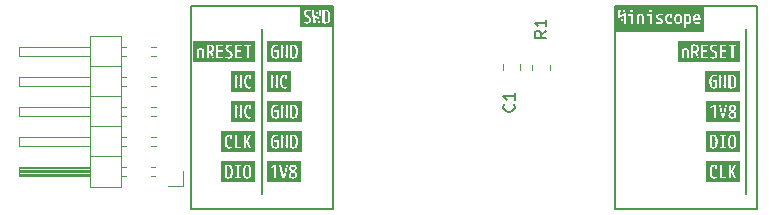
<source format=gbr>
%TF.GenerationSoftware,KiCad,Pcbnew,(7.0.0)*%
%TF.CreationDate,2023-08-02T20:08:49-07:00*%
%TF.ProjectId,SWD_to_v4WF_Cable,5357445f-746f-45f7-9634-57465f436162,rev?*%
%TF.SameCoordinates,Original*%
%TF.FileFunction,Legend,Top*%
%TF.FilePolarity,Positive*%
%FSLAX46Y46*%
G04 Gerber Fmt 4.6, Leading zero omitted, Abs format (unit mm)*
G04 Created by KiCad (PCBNEW (7.0.0)) date 2023-08-02 20:08:49*
%MOMM*%
%LPD*%
G01*
G04 APERTURE LIST*
%ADD10C,0.150000*%
%ADD11C,0.120000*%
G04 APERTURE END LIST*
D10*
X134140000Y-67605000D02*
X146205000Y-67605000D01*
X170017500Y-50460000D02*
X170017500Y-67605000D01*
X140152657Y-52350000D02*
X140152657Y-66350000D01*
X181130000Y-52365000D02*
X181130000Y-66365000D01*
X146205000Y-50460000D02*
X134140000Y-50460000D01*
X182082500Y-50460000D02*
X170017500Y-50460000D01*
X134140000Y-50460000D02*
X134140000Y-67605000D01*
X170017500Y-67605000D02*
X182082500Y-67605000D01*
X182082500Y-67605000D02*
X182082500Y-50460000D01*
X146205000Y-67605000D02*
X146205000Y-50460000D01*
%TO.C,R1*%
X164242380Y-52516666D02*
X163766190Y-52849999D01*
X164242380Y-53088094D02*
X163242380Y-53088094D01*
X163242380Y-53088094D02*
X163242380Y-52707142D01*
X163242380Y-52707142D02*
X163290000Y-52611904D01*
X163290000Y-52611904D02*
X163337619Y-52564285D01*
X163337619Y-52564285D02*
X163432857Y-52516666D01*
X163432857Y-52516666D02*
X163575714Y-52516666D01*
X163575714Y-52516666D02*
X163670952Y-52564285D01*
X163670952Y-52564285D02*
X163718571Y-52611904D01*
X163718571Y-52611904D02*
X163766190Y-52707142D01*
X163766190Y-52707142D02*
X163766190Y-53088094D01*
X164242380Y-51564285D02*
X164242380Y-52135713D01*
X164242380Y-51849999D02*
X163242380Y-51849999D01*
X163242380Y-51849999D02*
X163385238Y-51945237D01*
X163385238Y-51945237D02*
X163480476Y-52040475D01*
X163480476Y-52040475D02*
X163528095Y-52135713D01*
%TO.C,C1*%
X161497142Y-58741666D02*
X161544761Y-58789285D01*
X161544761Y-58789285D02*
X161592380Y-58932142D01*
X161592380Y-58932142D02*
X161592380Y-59027380D01*
X161592380Y-59027380D02*
X161544761Y-59170237D01*
X161544761Y-59170237D02*
X161449523Y-59265475D01*
X161449523Y-59265475D02*
X161354285Y-59313094D01*
X161354285Y-59313094D02*
X161163809Y-59360713D01*
X161163809Y-59360713D02*
X161020952Y-59360713D01*
X161020952Y-59360713D02*
X160830476Y-59313094D01*
X160830476Y-59313094D02*
X160735238Y-59265475D01*
X160735238Y-59265475D02*
X160640000Y-59170237D01*
X160640000Y-59170237D02*
X160592380Y-59027380D01*
X160592380Y-59027380D02*
X160592380Y-58932142D01*
X160592380Y-58932142D02*
X160640000Y-58789285D01*
X160640000Y-58789285D02*
X160687619Y-58741666D01*
X161592380Y-57789285D02*
X161592380Y-58360713D01*
X161592380Y-58074999D02*
X160592380Y-58074999D01*
X160592380Y-58074999D02*
X160735238Y-58170237D01*
X160735238Y-58170237D02*
X160830476Y-58265475D01*
X160830476Y-58265475D02*
X160878095Y-58360713D01*
D11*
%TO.C,R1*%
X164510000Y-55827064D02*
X164510000Y-55372936D01*
X163040000Y-55827064D02*
X163040000Y-55372936D01*
%TO.C,kibuzzard-630EA251*%
G36*
X142890698Y-58917406D02*
G01*
X142966501Y-58991225D01*
X142999133Y-59073069D01*
X143018712Y-59187369D01*
X143025238Y-59334125D01*
X143018800Y-59496226D01*
X142999485Y-59620581D01*
X142967295Y-59707188D01*
X142891690Y-59783388D01*
X142780763Y-59808788D01*
X142709326Y-59794500D01*
X142709326Y-58907088D01*
X142780763Y-58892800D01*
X142890698Y-58917406D01*
G37*
G36*
X141750476Y-60276042D02*
G01*
X141313913Y-60276042D01*
X140917038Y-60276042D01*
X140586309Y-60276042D01*
X140586309Y-59342063D01*
X140917038Y-59342063D01*
X140923239Y-59483449D01*
X140941843Y-59605984D01*
X140972849Y-59709668D01*
X141016257Y-59794500D01*
X141072068Y-59860480D01*
X141140280Y-59907609D01*
X141220896Y-59935887D01*
X141313913Y-59945313D01*
X141408810Y-59939139D01*
X141498769Y-59920618D01*
X141583788Y-59889750D01*
X141583788Y-59238875D01*
X141213901Y-59238875D01*
X141213901Y-59373813D01*
X141413926Y-59373813D01*
X141413926Y-59789738D01*
X141318676Y-59808788D01*
X141221838Y-59781800D01*
X141150401Y-59700838D01*
X141117769Y-59612996D01*
X141098190Y-59493404D01*
X141091663Y-59342063D01*
X141098542Y-59194160D01*
X141119180Y-59078538D01*
X141153576Y-58995194D01*
X141232554Y-58919589D01*
X141345663Y-58894388D01*
X141442898Y-58903913D01*
X141544101Y-58932488D01*
X141544101Y-58789613D01*
X141473385Y-58770563D01*
X141750476Y-58770563D01*
X141750476Y-59929438D01*
X141925101Y-59929438D01*
X141925101Y-59088063D01*
X141928276Y-59088063D01*
X142175926Y-59929438D01*
X142353726Y-59929438D01*
X142353726Y-59913563D01*
X142531526Y-59913563D01*
X142650985Y-59937375D01*
X142780763Y-59945313D01*
X142912526Y-59931620D01*
X143015713Y-59890544D01*
X143094096Y-59815733D01*
X143151445Y-59700838D01*
X143177462Y-59600119D01*
X143193072Y-59477882D01*
X143198276Y-59334125D01*
X143192174Y-59185743D01*
X143173868Y-59061273D01*
X143143358Y-58960715D01*
X143100645Y-58884069D01*
X143021710Y-58812190D01*
X142915083Y-58769063D01*
X142780763Y-58754687D01*
X142655748Y-58762625D01*
X142531526Y-58786437D01*
X142531526Y-59913563D01*
X142353726Y-59913563D01*
X142353726Y-58770563D01*
X142187038Y-58770563D01*
X142187038Y-59611938D01*
X142182276Y-59611938D01*
X141934626Y-58770563D01*
X141750476Y-58770563D01*
X141473385Y-58770563D01*
X141446866Y-58763419D01*
X141345663Y-58754687D01*
X141214694Y-58770386D01*
X141107538Y-58817482D01*
X141024194Y-58895975D01*
X140977314Y-58976838D01*
X140943827Y-59078141D01*
X140923736Y-59199882D01*
X140917038Y-59342063D01*
X140586309Y-59342063D01*
X140586309Y-58423958D01*
X140917038Y-58423958D01*
X143198276Y-58423958D01*
X143529005Y-58423958D01*
X143529005Y-60276042D01*
X143198276Y-60276042D01*
X142780763Y-60276042D01*
X141750476Y-60276042D01*
G37*
%TO.C,kibuzzard-630EA342*%
G36*
X140917038Y-57736042D02*
G01*
X140586309Y-57736042D01*
X140586309Y-56230563D01*
X140917038Y-56230563D01*
X140917038Y-57389438D01*
X141091664Y-57389438D01*
X141091664Y-56548063D01*
X141094839Y-56548063D01*
X141342488Y-57389438D01*
X141520289Y-57389438D01*
X141520289Y-56794125D01*
X141686976Y-56794125D01*
X141693252Y-56937372D01*
X141712078Y-57061520D01*
X141743456Y-57166567D01*
X141787385Y-57252516D01*
X141843866Y-57319364D01*
X141912897Y-57367113D01*
X141994480Y-57395763D01*
X142088614Y-57405313D01*
X142194579Y-57395391D01*
X142290226Y-57365625D01*
X142290226Y-57219575D01*
X142199739Y-57256484D01*
X142115601Y-57268788D01*
X142037990Y-57255602D01*
X141974490Y-57216047D01*
X141925101Y-57150122D01*
X141889823Y-57057826D01*
X141868657Y-56939161D01*
X141861601Y-56794125D01*
X141867995Y-56659761D01*
X141887177Y-56549826D01*
X141919148Y-56464322D01*
X141963907Y-56403247D01*
X142021453Y-56366602D01*
X142091789Y-56354388D01*
X142128301Y-56360738D01*
X142128301Y-56608388D01*
X142298164Y-56608388D01*
X142298164Y-56249613D01*
X142196960Y-56223419D01*
X142083851Y-56214687D01*
X141990833Y-56223741D01*
X141910218Y-56250902D01*
X141842005Y-56296171D01*
X141786195Y-56359547D01*
X141742787Y-56441030D01*
X141711781Y-56540621D01*
X141693177Y-56658319D01*
X141686976Y-56794125D01*
X141520289Y-56794125D01*
X141520289Y-56230563D01*
X141353601Y-56230563D01*
X141353601Y-57071938D01*
X141348839Y-57071938D01*
X141101189Y-56230563D01*
X140917038Y-56230563D01*
X140586309Y-56230563D01*
X140586309Y-55883958D01*
X140917038Y-55883958D01*
X140917039Y-55883958D01*
X142298164Y-55883958D01*
X142628893Y-55883958D01*
X142628893Y-57736042D01*
X142298164Y-57736042D01*
X142088614Y-57736042D01*
X140917038Y-57736042D01*
G37*
%TO.C,kibuzzard-630EA36E*%
G36*
X138431013Y-62816042D02*
G01*
X137411838Y-62816042D01*
X137010201Y-62816042D01*
X136679472Y-62816042D01*
X136679472Y-61874125D01*
X137010201Y-61874125D01*
X137016476Y-62017372D01*
X137035303Y-62141520D01*
X137066681Y-62246567D01*
X137110610Y-62332516D01*
X137167090Y-62399364D01*
X137236122Y-62447113D01*
X137317704Y-62475763D01*
X137411838Y-62485313D01*
X137517804Y-62475391D01*
X137536933Y-62469438D01*
X137883326Y-62469438D01*
X138431013Y-62469438D01*
X138624688Y-62469438D01*
X138802488Y-62469438D01*
X138802488Y-61913813D01*
X138805663Y-61913813D01*
X139083476Y-62469438D01*
X139275563Y-62469438D01*
X138964413Y-61863013D01*
X139267626Y-61310563D01*
X139077126Y-61310563D01*
X138805663Y-61818563D01*
X138802488Y-61818563D01*
X138802488Y-61310563D01*
X138624688Y-61310563D01*
X138624688Y-62469438D01*
X138431013Y-62469438D01*
X138431013Y-62331325D01*
X138061126Y-62331325D01*
X138061126Y-61310563D01*
X137883326Y-61310563D01*
X137883326Y-62469438D01*
X137536933Y-62469438D01*
X137613451Y-62445625D01*
X137613451Y-62299575D01*
X137522963Y-62336484D01*
X137438826Y-62348788D01*
X137361215Y-62335602D01*
X137297715Y-62296047D01*
X137248326Y-62230122D01*
X137213048Y-62137826D01*
X137191881Y-62019161D01*
X137184826Y-61874125D01*
X137191220Y-61739761D01*
X137210402Y-61629826D01*
X137242373Y-61544322D01*
X137287131Y-61483247D01*
X137344678Y-61446602D01*
X137415013Y-61434388D01*
X137451526Y-61440738D01*
X137451526Y-61688388D01*
X137621388Y-61688388D01*
X137621388Y-61329613D01*
X137520185Y-61303419D01*
X137407076Y-61294687D01*
X137314058Y-61303741D01*
X137233443Y-61330902D01*
X137165230Y-61376171D01*
X137109419Y-61439547D01*
X137066011Y-61521030D01*
X137035005Y-61620621D01*
X137016402Y-61738319D01*
X137010201Y-61874125D01*
X136679472Y-61874125D01*
X136679472Y-60963958D01*
X137010201Y-60963958D01*
X139275563Y-60963958D01*
X139606292Y-60963958D01*
X139606292Y-62816042D01*
X139275563Y-62816042D01*
X138802488Y-62816042D01*
X138431013Y-62816042D01*
G37*
%TO.C,kibuzzard-630EA342*%
G36*
X137894437Y-60276042D02*
G01*
X137563708Y-60276042D01*
X137563708Y-58770563D01*
X137894437Y-58770563D01*
X137894437Y-59929438D01*
X138069063Y-59929438D01*
X138069063Y-59088063D01*
X138072238Y-59088063D01*
X138319887Y-59929438D01*
X138497688Y-59929438D01*
X138497688Y-59334125D01*
X138664375Y-59334125D01*
X138670651Y-59477372D01*
X138689477Y-59601520D01*
X138720855Y-59706567D01*
X138764784Y-59792516D01*
X138821265Y-59859364D01*
X138890296Y-59907113D01*
X138971879Y-59935763D01*
X139066013Y-59945313D01*
X139171978Y-59935391D01*
X139267625Y-59905625D01*
X139267625Y-59759575D01*
X139177138Y-59796484D01*
X139093000Y-59808788D01*
X139015389Y-59795602D01*
X138951889Y-59756047D01*
X138902500Y-59690122D01*
X138867222Y-59597826D01*
X138846056Y-59479161D01*
X138839000Y-59334125D01*
X138845394Y-59199761D01*
X138864576Y-59089826D01*
X138896547Y-59004322D01*
X138941306Y-58943247D01*
X138998852Y-58906602D01*
X139069188Y-58894388D01*
X139105700Y-58900738D01*
X139105700Y-59148388D01*
X139275563Y-59148388D01*
X139275563Y-58789613D01*
X139174359Y-58763419D01*
X139061250Y-58754687D01*
X138968232Y-58763741D01*
X138887617Y-58790902D01*
X138819404Y-58836171D01*
X138763594Y-58899547D01*
X138720186Y-58981030D01*
X138689180Y-59080621D01*
X138670576Y-59198319D01*
X138664375Y-59334125D01*
X138497688Y-59334125D01*
X138497688Y-58770563D01*
X138331000Y-58770563D01*
X138331000Y-59611938D01*
X138326238Y-59611938D01*
X138078588Y-58770563D01*
X137894437Y-58770563D01*
X137563708Y-58770563D01*
X137563708Y-58423958D01*
X137894437Y-58423958D01*
X137894438Y-58423958D01*
X139275563Y-58423958D01*
X139606292Y-58423958D01*
X139606292Y-60276042D01*
X139275563Y-60276042D01*
X139066013Y-60276042D01*
X137894437Y-60276042D01*
G37*
%TO.C,kibuzzard-630EA6CF*%
G36*
X176873516Y-53825302D02*
G01*
X176933444Y-53862806D01*
X176969162Y-53927298D01*
X176981069Y-54020763D01*
X176968369Y-54118394D01*
X176930269Y-54182688D01*
X176862006Y-54218406D01*
X176758819Y-54230313D01*
X176696906Y-54230313D01*
X176696906Y-53825500D01*
X176788981Y-53812800D01*
X176873516Y-53825302D01*
G37*
G36*
X179487731Y-55196042D02*
G01*
X178389181Y-55196042D01*
X177900231Y-55196042D01*
X177185856Y-55196042D01*
X176333369Y-55196042D01*
X175730119Y-55196042D01*
X175399390Y-55196042D01*
X175399390Y-54849438D01*
X175730119Y-54849438D01*
X175904744Y-54849438D01*
X175904744Y-54173163D01*
X176012694Y-54138238D01*
X176130169Y-54169988D01*
X176161919Y-54285875D01*
X176161919Y-54849438D01*
X176333369Y-54849438D01*
X176519106Y-54849438D01*
X176696906Y-54849438D01*
X176696906Y-54368425D01*
X176758819Y-54368425D01*
X176854862Y-54399381D01*
X176885223Y-54444030D01*
X176911219Y-54516063D01*
X177003294Y-54849438D01*
X177185856Y-54849438D01*
X177344606Y-54849438D01*
X177900231Y-54849438D01*
X177900231Y-54711325D01*
X177522406Y-54711325D01*
X177522406Y-54293813D01*
X177884356Y-54293813D01*
X177884356Y-54158875D01*
X177522406Y-54158875D01*
X177522406Y-53976312D01*
X178111369Y-53976312D01*
X178127839Y-54089025D01*
X178177250Y-54182688D01*
X178231842Y-54237721D01*
X178307778Y-54290638D01*
X178405056Y-54341438D01*
X178473120Y-54382316D01*
X178518563Y-54428750D01*
X178544161Y-54485106D01*
X178552694Y-54555750D01*
X178541581Y-54629767D01*
X178508244Y-54683544D01*
X178455062Y-54716286D01*
X178384419Y-54727200D01*
X178291462Y-54715735D01*
X178203091Y-54681339D01*
X178119306Y-54624013D01*
X178119306Y-54789113D01*
X178200798Y-54831446D01*
X178290756Y-54856846D01*
X178389181Y-54865313D01*
X178512054Y-54852613D01*
X178520018Y-54849438D01*
X178932106Y-54849438D01*
X179487731Y-54849438D01*
X179487731Y-54711325D01*
X179109906Y-54711325D01*
X179109906Y-54293813D01*
X179471856Y-54293813D01*
X179471856Y-54158875D01*
X179109906Y-54158875D01*
X179109906Y-53828675D01*
X179487731Y-53828675D01*
X179675056Y-53828675D01*
X179911594Y-53828675D01*
X179911594Y-54849438D01*
X180089394Y-54849438D01*
X180089394Y-53828675D01*
X180325931Y-53828675D01*
X180325931Y-53690563D01*
X179675056Y-53690563D01*
X179675056Y-53828675D01*
X179487731Y-53828675D01*
X179487731Y-53690563D01*
X178932106Y-53690563D01*
X178932106Y-54849438D01*
X178520018Y-54849438D01*
X178607621Y-54814513D01*
X178675884Y-54751013D01*
X178716841Y-54662113D01*
X178730494Y-54547812D01*
X178713428Y-54425178D01*
X178662231Y-54327150D01*
X178604199Y-54270529D01*
X178521120Y-54214967D01*
X178412994Y-54160463D01*
X178342438Y-54113014D01*
X178300105Y-54048985D01*
X178285994Y-53968375D01*
X178297106Y-53903288D01*
X178330444Y-53854075D01*
X178383228Y-53823119D01*
X178452681Y-53812800D01*
X178576109Y-53829866D01*
X178698744Y-53881063D01*
X178698744Y-53722313D01*
X178613372Y-53695854D01*
X178524472Y-53679979D01*
X178432044Y-53674687D01*
X178337235Y-53683507D01*
X178258124Y-53709965D01*
X178194713Y-53754063D01*
X178132205Y-53849312D01*
X178111369Y-53976312D01*
X177522406Y-53976312D01*
X177522406Y-53828675D01*
X177900231Y-53828675D01*
X177900231Y-53690563D01*
X177344606Y-53690563D01*
X177344606Y-54849438D01*
X177185856Y-54849438D01*
X177087431Y-54525588D01*
X177036631Y-54400969D01*
X176976306Y-54322388D01*
X176976306Y-54319213D01*
X177054094Y-54273770D01*
X177109656Y-54208881D01*
X177142994Y-54124545D01*
X177154106Y-54020763D01*
X177144317Y-53911842D01*
X177114948Y-53824265D01*
X177066000Y-53758031D01*
X176996062Y-53711729D01*
X176903722Y-53683948D01*
X176788981Y-53674687D01*
X176697612Y-53678215D01*
X176607653Y-53688799D01*
X176519106Y-53706437D01*
X176519106Y-54849438D01*
X176333369Y-54849438D01*
X176333369Y-54293813D01*
X176316898Y-54152922D01*
X176267487Y-54066800D01*
X176209367Y-54034168D01*
X176122849Y-54014589D01*
X176007931Y-54008063D01*
X175905802Y-54015471D01*
X175813198Y-54037696D01*
X175730119Y-54074738D01*
X175730119Y-54849438D01*
X175399390Y-54849438D01*
X175399390Y-53343958D01*
X175730119Y-53343958D01*
X180325931Y-53343958D01*
X180656660Y-53343958D01*
X180656660Y-55196042D01*
X180325931Y-55196042D01*
X180089394Y-55196042D01*
X179487731Y-55196042D01*
G37*
%TO.C,kibuzzard-630EA6B9*%
G36*
X175469712Y-51226706D02*
G01*
X175517536Y-51273735D01*
X175544325Y-51364024D01*
X175553254Y-51509479D01*
X175544325Y-51654934D01*
X175517536Y-51745223D01*
X175469712Y-51792252D01*
X175397679Y-51807929D01*
X175325646Y-51792252D01*
X175277823Y-51745223D01*
X175251034Y-51654934D01*
X175242104Y-51509479D01*
X175251034Y-51364024D01*
X175277823Y-51273735D01*
X175325646Y-51226706D01*
X175397679Y-51211029D01*
X175469712Y-51226706D01*
G37*
G36*
X176245206Y-51227896D02*
G01*
X176296998Y-51278498D01*
X176327359Y-51369977D01*
X176337479Y-51509479D01*
X176328053Y-51640745D01*
X176299776Y-51734507D01*
X176252647Y-51790764D01*
X176186667Y-51809517D01*
X176067604Y-51773004D01*
X176067604Y-51228491D01*
X176170792Y-51211029D01*
X176245206Y-51227896D01*
G37*
G36*
X177091542Y-51261035D02*
G01*
X177116942Y-51334656D01*
X177126467Y-51445979D01*
X176843892Y-51445979D01*
X176857386Y-51331679D01*
X176885167Y-51258654D01*
X176929220Y-51219363D01*
X176991529Y-51206267D01*
X177091542Y-51261035D01*
G37*
G36*
X176067604Y-52602208D02*
G01*
X175397679Y-52602208D01*
X174673779Y-52602208D01*
X173800654Y-52602208D01*
X173159304Y-52602208D01*
X172524304Y-52602208D01*
X171571804Y-52602208D01*
X170428804Y-52602208D01*
X170273229Y-52602208D01*
X169942500Y-52602208D01*
X169942500Y-52271479D01*
X175892979Y-52271479D01*
X176067604Y-52271479D01*
X176067604Y-51906354D01*
X176135073Y-51930166D01*
X176207304Y-51938104D01*
X176300438Y-51926198D01*
X176376638Y-51890479D01*
X176435904Y-51830948D01*
X176478238Y-51747604D01*
X176503638Y-51640448D01*
X176512104Y-51509479D01*
X176662917Y-51509479D01*
X176673059Y-51640448D01*
X176703486Y-51747604D01*
X176754198Y-51830948D01*
X176825195Y-51890479D01*
X176916476Y-51926198D01*
X177028042Y-51938104D01*
X177138770Y-51928182D01*
X177255054Y-51898417D01*
X177255054Y-51766654D01*
X177146311Y-51798801D01*
X177048679Y-51809517D01*
X176963550Y-51795824D01*
X176901836Y-51754748D01*
X176862346Y-51681127D01*
X176843892Y-51569804D01*
X177294742Y-51569804D01*
X177297917Y-51506304D01*
X177289626Y-51370749D01*
X177264756Y-51262535D01*
X177223304Y-51181660D01*
X177164920Y-51125657D01*
X177089249Y-51092055D01*
X176996292Y-51080854D01*
X176894427Y-51092760D01*
X176811083Y-51128479D01*
X176746261Y-51188010D01*
X176699958Y-51271354D01*
X176672177Y-51378510D01*
X176662917Y-51509479D01*
X176512104Y-51509479D01*
X176502844Y-51370573D01*
X176475063Y-51260771D01*
X176428761Y-51180073D01*
X176362174Y-51124951D01*
X176273538Y-51091878D01*
X176162854Y-51080854D01*
X176067957Y-51086498D01*
X175977999Y-51103432D01*
X175892979Y-51131654D01*
X175892979Y-52271479D01*
X169942500Y-52271479D01*
X169942500Y-51922229D01*
X170273229Y-51922229D01*
X170428804Y-51922229D01*
X170455792Y-50937979D01*
X170460554Y-50937979D01*
X170551042Y-51652354D01*
X170701854Y-51652354D01*
X170800279Y-50937979D01*
X170801867Y-50937979D01*
X170825679Y-51922229D01*
X170995542Y-51922229D01*
X170960219Y-51225317D01*
X171182867Y-51225317D01*
X171394004Y-51225317D01*
X171394004Y-51922229D01*
X171571804Y-51922229D01*
X171921054Y-51922229D01*
X172095679Y-51922229D01*
X172095679Y-51245954D01*
X172203629Y-51211029D01*
X172321104Y-51242779D01*
X172352854Y-51358667D01*
X172352854Y-51922229D01*
X172524304Y-51922229D01*
X172524304Y-51366604D01*
X172507834Y-51225713D01*
X172507607Y-51225317D01*
X172770367Y-51225317D01*
X172981504Y-51225317D01*
X172981504Y-51922229D01*
X173159304Y-51922229D01*
X173159304Y-51311041D01*
X173519667Y-51311041D01*
X173535542Y-51402521D01*
X173583167Y-51473760D01*
X173668495Y-51529124D01*
X173797479Y-51572979D01*
X173902254Y-51620604D01*
X173930829Y-51699979D01*
X173894317Y-51783323D01*
X173773667Y-51809517D01*
X173654207Y-51794038D01*
X173527604Y-51747604D01*
X173527604Y-51887304D01*
X173612271Y-51915526D01*
X173703288Y-51932460D01*
X173800654Y-51938104D01*
X173930234Y-51922626D01*
X174026873Y-51876191D01*
X174087000Y-51801182D01*
X174107042Y-51699979D01*
X174091762Y-51598379D01*
X174045923Y-51525354D01*
X174020068Y-51509479D01*
X174297542Y-51509479D01*
X174308478Y-51639654D01*
X174341286Y-51746546D01*
X174395967Y-51830154D01*
X174470579Y-51890126D01*
X174563183Y-51926110D01*
X174673779Y-51938104D01*
X174773395Y-51928182D01*
X174869042Y-51898417D01*
X174869042Y-51768242D01*
X174780142Y-51802770D01*
X174694417Y-51814279D01*
X174603532Y-51795229D01*
X174534079Y-51738079D01*
X174490026Y-51642829D01*
X174475342Y-51509479D01*
X175064304Y-51509479D01*
X175073476Y-51646004D01*
X175100993Y-51755012D01*
X175146854Y-51836504D01*
X175211413Y-51892948D01*
X175295021Y-51926815D01*
X175397679Y-51938104D01*
X175500338Y-51926815D01*
X175583946Y-51892948D01*
X175648504Y-51836504D01*
X175694365Y-51755012D01*
X175721882Y-51646004D01*
X175731054Y-51509479D01*
X175721882Y-51372954D01*
X175694365Y-51263946D01*
X175648504Y-51182454D01*
X175583946Y-51126010D01*
X175500338Y-51092143D01*
X175397679Y-51080854D01*
X175295021Y-51092143D01*
X175211413Y-51126010D01*
X175146854Y-51182454D01*
X175100993Y-51263946D01*
X175073476Y-51372954D01*
X175064304Y-51509479D01*
X174475342Y-51509479D01*
X174488042Y-51379899D01*
X174526142Y-51286435D01*
X174586864Y-51229881D01*
X174667429Y-51211029D01*
X174710292Y-51215792D01*
X174710292Y-51398354D01*
X174876979Y-51398354D01*
X174876979Y-51112604D01*
X174779348Y-51088791D01*
X174670604Y-51080854D01*
X174571628Y-51089601D01*
X174487880Y-51115844D01*
X174419358Y-51159581D01*
X174366063Y-51220813D01*
X174327996Y-51299540D01*
X174305155Y-51395762D01*
X174297542Y-51509479D01*
X174020068Y-51509479D01*
X173958015Y-51471379D01*
X173816529Y-51426929D01*
X173722073Y-51382479D01*
X173694292Y-51311041D01*
X173728820Y-51233651D01*
X173832404Y-51207854D01*
X173953054Y-51217776D01*
X174080054Y-51247541D01*
X174080054Y-51115779D01*
X173997151Y-51096376D01*
X173909310Y-51084735D01*
X173816529Y-51080854D01*
X173687148Y-51095737D01*
X173594279Y-51140385D01*
X173538320Y-51212815D01*
X173519667Y-51311041D01*
X173159304Y-51311041D01*
X173159304Y-51096729D01*
X172949754Y-51096729D01*
X172770367Y-51096729D01*
X172770367Y-51225317D01*
X172507607Y-51225317D01*
X172458423Y-51139591D01*
X172400303Y-51106960D01*
X172313784Y-51087380D01*
X172198867Y-51080854D01*
X172096738Y-51088262D01*
X172004133Y-51110487D01*
X171921054Y-51147529D01*
X171921054Y-51922229D01*
X171571804Y-51922229D01*
X171571804Y-51096729D01*
X171362254Y-51096729D01*
X171182867Y-51096729D01*
X171182867Y-51225317D01*
X170960219Y-51225317D01*
X170936804Y-50763354D01*
X170736779Y-50763354D01*
X170641529Y-51501542D01*
X170638354Y-51501542D01*
X170541517Y-50763354D01*
X170333554Y-50763354D01*
X170273229Y-51922229D01*
X169942500Y-51922229D01*
X169942500Y-50715729D01*
X171362254Y-50715729D01*
X171362254Y-50914167D01*
X171571804Y-50914167D01*
X171571804Y-50715729D01*
X172949754Y-50715729D01*
X172949754Y-50914167D01*
X173159304Y-50914167D01*
X173159304Y-50715729D01*
X172949754Y-50715729D01*
X171571804Y-50715729D01*
X171362254Y-50715729D01*
X169942500Y-50715729D01*
X169942500Y-50385000D01*
X170273229Y-50385000D01*
X177297917Y-50385000D01*
X177628646Y-50385000D01*
X177628646Y-52602208D01*
X177297917Y-52602208D01*
X177028042Y-52602208D01*
X176067604Y-52602208D01*
G37*
%TO.C,kibuzzard-630EA251*%
G36*
X141750476Y-55196042D02*
G01*
X141313913Y-55196042D01*
X140917038Y-55196042D01*
X140586309Y-55196042D01*
X140586309Y-54262063D01*
X140917038Y-54262063D01*
X140923239Y-54403449D01*
X140941843Y-54525984D01*
X140972849Y-54629668D01*
X141016257Y-54714500D01*
X141072068Y-54780480D01*
X141140280Y-54827609D01*
X141220896Y-54855887D01*
X141313913Y-54865313D01*
X141408810Y-54859139D01*
X141498769Y-54840618D01*
X141583788Y-54809750D01*
X141583788Y-54158875D01*
X141213901Y-54158875D01*
X141213901Y-54293813D01*
X141413926Y-54293813D01*
X141413926Y-54709738D01*
X141318676Y-54728788D01*
X141221838Y-54701800D01*
X141150401Y-54620838D01*
X141117769Y-54532996D01*
X141098190Y-54413404D01*
X141091663Y-54262063D01*
X141098542Y-54114160D01*
X141119180Y-53998538D01*
X141153576Y-53915194D01*
X141232554Y-53839589D01*
X141345663Y-53814388D01*
X141442898Y-53823913D01*
X141544101Y-53852488D01*
X141544101Y-53709613D01*
X141473385Y-53690563D01*
X141750476Y-53690563D01*
X141750476Y-54849438D01*
X141925101Y-54849438D01*
X141925101Y-54008063D01*
X141928276Y-54008063D01*
X142175926Y-54849438D01*
X142353726Y-54849438D01*
X142353726Y-54833563D01*
X142531526Y-54833563D01*
X142650985Y-54857375D01*
X142780763Y-54865313D01*
X142912526Y-54851620D01*
X143015713Y-54810544D01*
X143094096Y-54735733D01*
X143151445Y-54620838D01*
X143177462Y-54520119D01*
X143193072Y-54397882D01*
X143198276Y-54254125D01*
X143192174Y-54105743D01*
X143173868Y-53981273D01*
X143143358Y-53880715D01*
X143100645Y-53804069D01*
X143021710Y-53732190D01*
X142915083Y-53689063D01*
X142780763Y-53674687D01*
X142655748Y-53682625D01*
X142531526Y-53706437D01*
X142531526Y-54833563D01*
X142353726Y-54833563D01*
X142353726Y-53690563D01*
X142187038Y-53690563D01*
X142187038Y-54531938D01*
X142182276Y-54531938D01*
X141934626Y-53690563D01*
X141750476Y-53690563D01*
X141473385Y-53690563D01*
X141446866Y-53683419D01*
X141345663Y-53674687D01*
X141214694Y-53690386D01*
X141107538Y-53737482D01*
X141024194Y-53815975D01*
X140977314Y-53896838D01*
X140943827Y-53998141D01*
X140923736Y-54119882D01*
X140917038Y-54262063D01*
X140586309Y-54262063D01*
X140586309Y-53343958D01*
X140917038Y-53343958D01*
X143198276Y-53343958D01*
X143529005Y-53343958D01*
X143529005Y-55196042D01*
X143198276Y-55196042D01*
X142780763Y-55196042D01*
X141750476Y-55196042D01*
G37*
G36*
X142890698Y-53837406D02*
G01*
X142966501Y-53911225D01*
X142999133Y-53993069D01*
X143018712Y-54107369D01*
X143025238Y-54254125D01*
X143018800Y-54416226D01*
X142999485Y-54540581D01*
X142967295Y-54627188D01*
X142891690Y-54703388D01*
X142780763Y-54728788D01*
X142709326Y-54714500D01*
X142709326Y-53827088D01*
X142780763Y-53812800D01*
X142890698Y-53837406D01*
G37*
%TO.C,kibuzzard-630EA39E*%
G36*
X145641693Y-50878448D02*
G01*
X145717496Y-50952267D01*
X145750128Y-51034111D01*
X145769707Y-51148411D01*
X145776234Y-51295167D01*
X145769795Y-51457268D01*
X145750481Y-51581623D01*
X145718290Y-51668230D01*
X145642685Y-51744430D01*
X145531758Y-51769830D01*
X145460321Y-51755542D01*
X145460321Y-50868130D01*
X145531758Y-50853842D01*
X145641693Y-50878448D01*
G37*
G36*
X145080908Y-52237084D02*
G01*
X143985533Y-52237084D01*
X143707721Y-52237084D01*
X143376992Y-52237084D01*
X143376992Y-51017354D01*
X143707721Y-51017354D01*
X143724191Y-51130067D01*
X143773602Y-51223730D01*
X143828195Y-51278763D01*
X143904130Y-51331680D01*
X144001408Y-51382480D01*
X144069473Y-51423358D01*
X144114915Y-51469792D01*
X144140513Y-51526148D01*
X144149046Y-51596792D01*
X144137933Y-51670809D01*
X144104596Y-51724586D01*
X144051415Y-51757328D01*
X143980771Y-51768242D01*
X143887814Y-51756777D01*
X143799443Y-51722381D01*
X143715658Y-51665055D01*
X143715658Y-51830155D01*
X143797150Y-51872488D01*
X143887108Y-51897888D01*
X143985533Y-51906355D01*
X144108406Y-51893655D01*
X144203973Y-51855555D01*
X144272236Y-51792055D01*
X144313193Y-51703155D01*
X144326846Y-51588854D01*
X144309780Y-51466220D01*
X144258583Y-51368192D01*
X144200552Y-51311571D01*
X144117472Y-51256009D01*
X144009346Y-51201505D01*
X143938790Y-51154056D01*
X143896457Y-51090027D01*
X143882346Y-51009417D01*
X143893458Y-50944330D01*
X143926796Y-50895117D01*
X143979580Y-50864161D01*
X144049033Y-50853842D01*
X144172462Y-50870908D01*
X144295096Y-50922105D01*
X144295096Y-50763355D01*
X144209724Y-50736896D01*
X144180094Y-50731605D01*
X144422096Y-50731605D01*
X144525283Y-51890480D01*
X144696733Y-51890480D01*
X144790396Y-51112605D01*
X144795158Y-51112605D01*
X144874533Y-51890480D01*
X145080908Y-51890480D01*
X145082322Y-51874605D01*
X145282521Y-51874605D01*
X145401980Y-51898417D01*
X145531758Y-51906355D01*
X145663521Y-51892662D01*
X145766708Y-51851586D01*
X145845091Y-51776775D01*
X145902440Y-51661880D01*
X145928457Y-51561161D01*
X145944068Y-51438924D01*
X145949271Y-51295167D01*
X145943169Y-51146785D01*
X145924863Y-51022315D01*
X145894353Y-50921757D01*
X145851640Y-50845111D01*
X145772706Y-50773232D01*
X145666079Y-50730105D01*
X145531758Y-50715729D01*
X145406743Y-50723667D01*
X145282521Y-50747479D01*
X145282521Y-51874605D01*
X145082322Y-51874605D01*
X145184096Y-50731605D01*
X145025346Y-50731605D01*
X144966608Y-51723792D01*
X144963433Y-51723792D01*
X144879296Y-50922105D01*
X144738008Y-50922105D01*
X144650696Y-51612667D01*
X144647521Y-51612667D01*
X144591958Y-50731605D01*
X144422096Y-50731605D01*
X144180094Y-50731605D01*
X144120824Y-50721021D01*
X144028396Y-50715729D01*
X143933587Y-50724549D01*
X143854477Y-50751007D01*
X143791065Y-50795105D01*
X143728557Y-50890354D01*
X143707721Y-51017354D01*
X143376992Y-51017354D01*
X143376992Y-50385000D01*
X143707721Y-50385000D01*
X145949271Y-50385000D01*
X146280000Y-50385000D01*
X146280000Y-52237084D01*
X145949271Y-52237084D01*
X145531758Y-52237084D01*
X145080908Y-52237084D01*
G37*
%TO.C,C1*%
X162010000Y-55326248D02*
X162010000Y-55848752D01*
X160540000Y-55326248D02*
X160540000Y-55848752D01*
%TO.C,kibuzzard-630EA6DD*%
G36*
X180018353Y-56377406D02*
G01*
X180094156Y-56451225D01*
X180126788Y-56533069D01*
X180146367Y-56647369D01*
X180152893Y-56794125D01*
X180146455Y-56956226D01*
X180127140Y-57080581D01*
X180094950Y-57167188D01*
X180019345Y-57243388D01*
X179908418Y-57268788D01*
X179836981Y-57254500D01*
X179836981Y-56367088D01*
X179908418Y-56352800D01*
X180018353Y-56377406D01*
G37*
G36*
X178878131Y-57736042D02*
G01*
X178441568Y-57736042D01*
X178044693Y-57736042D01*
X177713964Y-57736042D01*
X177713964Y-56802063D01*
X178044693Y-56802063D01*
X178050894Y-56943449D01*
X178069498Y-57065984D01*
X178100504Y-57169668D01*
X178143912Y-57254500D01*
X178199723Y-57320480D01*
X178267935Y-57367609D01*
X178348551Y-57395887D01*
X178441568Y-57405313D01*
X178536465Y-57399139D01*
X178626424Y-57380618D01*
X178711443Y-57349750D01*
X178711443Y-56698875D01*
X178341556Y-56698875D01*
X178341556Y-56833813D01*
X178541581Y-56833813D01*
X178541581Y-57249738D01*
X178446331Y-57268788D01*
X178349493Y-57241800D01*
X178278056Y-57160838D01*
X178245424Y-57072996D01*
X178225845Y-56953404D01*
X178219318Y-56802063D01*
X178226197Y-56654160D01*
X178246835Y-56538538D01*
X178281231Y-56455194D01*
X178360209Y-56379589D01*
X178473318Y-56354388D01*
X178570553Y-56363913D01*
X178671756Y-56392488D01*
X178671756Y-56249613D01*
X178601040Y-56230563D01*
X178878131Y-56230563D01*
X178878131Y-57389438D01*
X179052756Y-57389438D01*
X179052756Y-56548063D01*
X179055931Y-56548063D01*
X179303581Y-57389438D01*
X179481381Y-57389438D01*
X179481381Y-57373563D01*
X179659181Y-57373563D01*
X179778640Y-57397375D01*
X179908418Y-57405313D01*
X180040181Y-57391620D01*
X180143368Y-57350544D01*
X180221751Y-57275733D01*
X180279100Y-57160838D01*
X180305117Y-57060119D01*
X180320727Y-56937882D01*
X180325931Y-56794125D01*
X180319829Y-56645743D01*
X180301523Y-56521273D01*
X180271013Y-56420715D01*
X180228300Y-56344069D01*
X180149365Y-56272190D01*
X180042738Y-56229063D01*
X179908418Y-56214687D01*
X179783403Y-56222625D01*
X179659181Y-56246437D01*
X179659181Y-57373563D01*
X179481381Y-57373563D01*
X179481381Y-56230563D01*
X179314693Y-56230563D01*
X179314693Y-57071938D01*
X179309931Y-57071938D01*
X179062281Y-56230563D01*
X178878131Y-56230563D01*
X178601040Y-56230563D01*
X178574521Y-56223419D01*
X178473318Y-56214687D01*
X178342349Y-56230386D01*
X178235193Y-56277482D01*
X178151849Y-56355975D01*
X178104969Y-56436838D01*
X178071482Y-56538141D01*
X178051391Y-56659882D01*
X178044693Y-56802063D01*
X177713964Y-56802063D01*
X177713964Y-55883958D01*
X178044693Y-55883958D01*
X180325931Y-55883958D01*
X180656660Y-55883958D01*
X180656660Y-57736042D01*
X180325931Y-57736042D01*
X179908418Y-57736042D01*
X178878131Y-57736042D01*
G37*
%TO.C,kibuzzard-630EA2F1*%
G36*
X138437363Y-55196042D02*
G01*
X137338813Y-55196042D01*
X136849863Y-55196042D01*
X136135488Y-55196042D01*
X135283001Y-55196042D01*
X134679751Y-55196042D01*
X134349022Y-55196042D01*
X134349022Y-54849438D01*
X134679751Y-54849438D01*
X134854376Y-54849438D01*
X134854376Y-54173163D01*
X134962326Y-54138238D01*
X135079801Y-54169988D01*
X135111551Y-54285875D01*
X135111551Y-54849438D01*
X135283001Y-54849438D01*
X135468738Y-54849438D01*
X135646538Y-54849438D01*
X135646538Y-54368425D01*
X135708451Y-54368425D01*
X135804494Y-54399381D01*
X135834855Y-54444030D01*
X135860851Y-54516063D01*
X135952926Y-54849438D01*
X136135488Y-54849438D01*
X136294238Y-54849438D01*
X136849863Y-54849438D01*
X136849863Y-54711325D01*
X136472038Y-54711325D01*
X136472038Y-54293813D01*
X136833988Y-54293813D01*
X136833988Y-54158875D01*
X136472038Y-54158875D01*
X136472038Y-53976312D01*
X137061001Y-53976312D01*
X137077471Y-54089025D01*
X137126882Y-54182688D01*
X137181474Y-54237721D01*
X137257410Y-54290638D01*
X137354688Y-54341438D01*
X137422752Y-54382316D01*
X137468195Y-54428750D01*
X137493793Y-54485106D01*
X137502326Y-54555750D01*
X137491213Y-54629767D01*
X137457876Y-54683544D01*
X137404694Y-54716286D01*
X137334051Y-54727200D01*
X137241094Y-54715735D01*
X137152723Y-54681339D01*
X137068938Y-54624013D01*
X137068938Y-54789113D01*
X137150430Y-54831446D01*
X137240388Y-54856846D01*
X137338813Y-54865313D01*
X137461686Y-54852613D01*
X137469650Y-54849438D01*
X137881738Y-54849438D01*
X138437363Y-54849438D01*
X138437363Y-54711325D01*
X138059538Y-54711325D01*
X138059538Y-54293813D01*
X138421488Y-54293813D01*
X138421488Y-54158875D01*
X138059538Y-54158875D01*
X138059538Y-53828675D01*
X138437363Y-53828675D01*
X138624688Y-53828675D01*
X138861226Y-53828675D01*
X138861226Y-54849438D01*
X139039026Y-54849438D01*
X139039026Y-53828675D01*
X139275563Y-53828675D01*
X139275563Y-53690563D01*
X138624688Y-53690563D01*
X138624688Y-53828675D01*
X138437363Y-53828675D01*
X138437363Y-53690563D01*
X137881738Y-53690563D01*
X137881738Y-54849438D01*
X137469650Y-54849438D01*
X137557253Y-54814513D01*
X137625516Y-54751013D01*
X137666473Y-54662113D01*
X137680126Y-54547812D01*
X137663060Y-54425178D01*
X137611863Y-54327150D01*
X137553831Y-54270529D01*
X137470752Y-54214967D01*
X137362626Y-54160463D01*
X137292070Y-54113014D01*
X137249737Y-54048985D01*
X137235626Y-53968375D01*
X137246738Y-53903288D01*
X137280076Y-53854075D01*
X137332860Y-53823119D01*
X137402313Y-53812800D01*
X137525741Y-53829866D01*
X137648376Y-53881063D01*
X137648376Y-53722313D01*
X137563004Y-53695854D01*
X137474104Y-53679979D01*
X137381676Y-53674687D01*
X137286867Y-53683507D01*
X137207756Y-53709965D01*
X137144345Y-53754063D01*
X137081837Y-53849312D01*
X137061001Y-53976312D01*
X136472038Y-53976312D01*
X136472038Y-53828675D01*
X136849863Y-53828675D01*
X136849863Y-53690563D01*
X136294238Y-53690563D01*
X136294238Y-54849438D01*
X136135488Y-54849438D01*
X136037063Y-54525588D01*
X135986263Y-54400969D01*
X135925938Y-54322388D01*
X135925938Y-54319213D01*
X136003726Y-54273770D01*
X136059288Y-54208881D01*
X136092626Y-54124545D01*
X136103738Y-54020763D01*
X136093949Y-53911842D01*
X136064580Y-53824265D01*
X136015632Y-53758031D01*
X135945694Y-53711729D01*
X135853354Y-53683948D01*
X135738613Y-53674687D01*
X135647244Y-53678215D01*
X135557285Y-53688799D01*
X135468738Y-53706437D01*
X135468738Y-54849438D01*
X135283001Y-54849438D01*
X135283001Y-54293813D01*
X135266530Y-54152922D01*
X135217119Y-54066800D01*
X135158999Y-54034168D01*
X135072481Y-54014589D01*
X134957563Y-54008063D01*
X134855434Y-54015471D01*
X134762830Y-54037696D01*
X134679751Y-54074738D01*
X134679751Y-54849438D01*
X134349022Y-54849438D01*
X134349022Y-53343958D01*
X134679751Y-53343958D01*
X139275563Y-53343958D01*
X139606292Y-53343958D01*
X139606292Y-55196042D01*
X139275563Y-55196042D01*
X139039026Y-55196042D01*
X138437363Y-55196042D01*
G37*
G36*
X135823148Y-53825302D02*
G01*
X135883076Y-53862806D01*
X135918794Y-53927298D01*
X135930701Y-54020763D01*
X135918001Y-54118394D01*
X135879901Y-54182688D01*
X135811638Y-54218406D01*
X135708451Y-54230313D01*
X135646538Y-54230313D01*
X135646538Y-53825500D01*
X135738613Y-53812800D01*
X135823148Y-53825302D01*
G37*
%TO.C,kibuzzard-630EA721*%
G36*
X180058834Y-61457208D02*
G01*
X180114793Y-61530431D01*
X180138605Y-61613775D01*
X180152893Y-61733631D01*
X180157656Y-61890000D01*
X180152893Y-62046369D01*
X180138605Y-62166225D01*
X180114793Y-62249569D01*
X180058834Y-62322792D01*
X179976680Y-62347200D01*
X179894527Y-62322792D01*
X179838568Y-62249569D01*
X179814755Y-62166225D01*
X179800468Y-62046369D01*
X179795705Y-61890000D01*
X179800468Y-61733631D01*
X179814755Y-61613775D01*
X179838568Y-61530431D01*
X179894527Y-61457208D01*
X179976680Y-61432800D01*
X180058834Y-61457208D01*
G37*
G36*
X178434027Y-61457406D02*
G01*
X178509830Y-61531225D01*
X178542462Y-61613069D01*
X178562042Y-61727369D01*
X178568568Y-61874125D01*
X178562130Y-62036226D01*
X178542815Y-62160581D01*
X178510624Y-62247188D01*
X178435020Y-62323388D01*
X178324093Y-62348788D01*
X178252655Y-62334500D01*
X178252655Y-61447088D01*
X178324093Y-61432800D01*
X178434027Y-61457406D01*
G37*
G36*
X179452805Y-62816042D02*
G01*
X178324093Y-62816042D01*
X178074855Y-62816042D01*
X177744126Y-62816042D01*
X177744126Y-62453563D01*
X178074855Y-62453563D01*
X178194315Y-62477375D01*
X178324093Y-62485313D01*
X178455855Y-62471620D01*
X178461336Y-62469438D01*
X178913055Y-62469438D01*
X179452805Y-62469438D01*
X179452805Y-62331325D01*
X179275005Y-62331325D01*
X179275005Y-61890000D01*
X179627430Y-61890000D01*
X179631752Y-62028994D01*
X179644717Y-62147528D01*
X179666324Y-62245600D01*
X179714148Y-62357916D01*
X179779830Y-62431338D01*
X179866349Y-62471819D01*
X179976680Y-62485313D01*
X180087012Y-62471819D01*
X180173530Y-62431338D01*
X180239213Y-62357916D01*
X180287037Y-62245600D01*
X180308644Y-62147528D01*
X180321609Y-62028994D01*
X180325930Y-61890000D01*
X180321609Y-61751006D01*
X180308644Y-61632472D01*
X180287037Y-61534400D01*
X180239213Y-61422084D01*
X180173530Y-61348663D01*
X180087012Y-61308181D01*
X179976680Y-61294687D01*
X179866349Y-61308181D01*
X179779830Y-61348663D01*
X179714148Y-61422084D01*
X179666324Y-61534400D01*
X179644717Y-61632472D01*
X179631752Y-61751006D01*
X179627430Y-61890000D01*
X179275005Y-61890000D01*
X179275005Y-61448675D01*
X179452805Y-61448675D01*
X179452805Y-61310563D01*
X178913055Y-61310563D01*
X178913055Y-61448675D01*
X179090855Y-61448675D01*
X179090855Y-62331325D01*
X178913055Y-62331325D01*
X178913055Y-62469438D01*
X178461336Y-62469438D01*
X178559043Y-62430544D01*
X178637426Y-62355733D01*
X178694774Y-62240838D01*
X178720792Y-62140119D01*
X178736402Y-62017882D01*
X178741605Y-61874125D01*
X178735504Y-61725743D01*
X178717198Y-61601273D01*
X178686688Y-61500715D01*
X178643974Y-61424069D01*
X178565040Y-61352190D01*
X178458413Y-61309063D01*
X178324093Y-61294687D01*
X178199077Y-61302625D01*
X178074855Y-61326437D01*
X178074855Y-62453563D01*
X177744126Y-62453563D01*
X177744126Y-60963958D01*
X178074855Y-60963958D01*
X180325930Y-60963958D01*
X180656660Y-60963958D01*
X180656660Y-62816042D01*
X180325930Y-62816042D01*
X179976680Y-62816042D01*
X179452805Y-62816042D01*
G37*
%TO.C,kibuzzard-630EA733*%
G36*
X179481381Y-65356042D02*
G01*
X178462206Y-65356042D01*
X178060569Y-65356042D01*
X177729840Y-65356042D01*
X177729840Y-64414125D01*
X178060569Y-64414125D01*
X178066844Y-64557372D01*
X178085671Y-64681520D01*
X178117049Y-64786567D01*
X178160978Y-64872516D01*
X178217458Y-64939364D01*
X178286490Y-64987113D01*
X178368072Y-65015763D01*
X178462206Y-65025313D01*
X178568172Y-65015391D01*
X178587301Y-65009438D01*
X178933694Y-65009438D01*
X179481381Y-65009438D01*
X179675056Y-65009438D01*
X179852856Y-65009438D01*
X179852856Y-64453813D01*
X179856031Y-64453813D01*
X180133844Y-65009438D01*
X180325931Y-65009438D01*
X180014781Y-64403013D01*
X180317994Y-63850563D01*
X180127494Y-63850563D01*
X179856031Y-64358563D01*
X179852856Y-64358563D01*
X179852856Y-63850563D01*
X179675056Y-63850563D01*
X179675056Y-65009438D01*
X179481381Y-65009438D01*
X179481381Y-64871325D01*
X179111494Y-64871325D01*
X179111494Y-63850563D01*
X178933694Y-63850563D01*
X178933694Y-65009438D01*
X178587301Y-65009438D01*
X178663819Y-64985625D01*
X178663819Y-64839575D01*
X178573331Y-64876484D01*
X178489194Y-64888788D01*
X178411583Y-64875602D01*
X178348083Y-64836047D01*
X178298694Y-64770122D01*
X178263416Y-64677826D01*
X178242249Y-64559161D01*
X178235194Y-64414125D01*
X178241588Y-64279761D01*
X178260770Y-64169826D01*
X178292741Y-64084322D01*
X178337499Y-64023247D01*
X178395046Y-63986602D01*
X178465381Y-63974388D01*
X178501894Y-63980738D01*
X178501894Y-64228388D01*
X178671756Y-64228388D01*
X178671756Y-63869613D01*
X178570553Y-63843419D01*
X178457444Y-63834687D01*
X178364426Y-63843741D01*
X178283811Y-63870902D01*
X178215598Y-63916171D01*
X178159787Y-63979547D01*
X178116379Y-64061030D01*
X178085373Y-64160621D01*
X178066770Y-64278319D01*
X178060569Y-64414125D01*
X177729840Y-64414125D01*
X177729840Y-63503958D01*
X178060569Y-63503958D01*
X180325931Y-63503958D01*
X180656660Y-63503958D01*
X180656660Y-65356042D01*
X180325931Y-65356042D01*
X179852856Y-65356042D01*
X179481381Y-65356042D01*
G37*
%TO.C,kibuzzard-630EA6F1*%
G36*
X179300406Y-60276042D02*
G01*
X178400294Y-60276042D01*
X178124069Y-60276042D01*
X177793340Y-60276042D01*
X177793340Y-59088063D01*
X178124069Y-59088063D01*
X178397119Y-58935663D01*
X178400294Y-58937250D01*
X178400294Y-59929438D01*
X178578094Y-59929438D01*
X178578094Y-58770563D01*
X178836856Y-58770563D01*
X179094031Y-59929438D01*
X179300406Y-59929438D01*
X179367755Y-59627812D01*
X179659181Y-59627812D01*
X179668706Y-59722445D01*
X179697281Y-59801026D01*
X179744906Y-59863556D01*
X179810170Y-59908976D01*
X179891662Y-59936228D01*
X179989381Y-59945313D01*
X180087453Y-59936228D01*
X180170003Y-59908976D01*
X180237031Y-59863556D01*
X180286420Y-59801026D01*
X180316053Y-59722445D01*
X180325931Y-59627812D01*
X180313430Y-59525022D01*
X180275925Y-59435725D01*
X180215798Y-59363494D01*
X180135431Y-59311900D01*
X180135431Y-59308725D01*
X180204884Y-59257727D01*
X180257669Y-59193631D01*
X180291006Y-59120011D01*
X180302119Y-59040438D01*
X180281878Y-58920383D01*
X180221156Y-58830094D01*
X180123525Y-58773539D01*
X179992556Y-58754687D01*
X179861588Y-58773737D01*
X179763956Y-58830887D01*
X179703234Y-58921375D01*
X179682994Y-59040438D01*
X179693908Y-59125766D01*
X179726650Y-59207125D01*
X179777252Y-59277372D01*
X179841744Y-59329363D01*
X179841744Y-59330950D01*
X179761873Y-59383437D01*
X179704822Y-59450409D01*
X179670591Y-59531868D01*
X179659181Y-59627812D01*
X179367755Y-59627812D01*
X179559169Y-58770563D01*
X179382956Y-58770563D01*
X179201981Y-59770688D01*
X179200394Y-59770688D01*
X179019419Y-58770563D01*
X178836856Y-58770563D01*
X178578094Y-58770563D01*
X178401881Y-58770563D01*
X178124069Y-58932488D01*
X178124069Y-59088063D01*
X177793340Y-59088063D01*
X177793340Y-58423958D01*
X178124069Y-58423958D01*
X180325931Y-58423958D01*
X180656660Y-58423958D01*
X180656660Y-60276042D01*
X180325931Y-60276042D01*
X179989381Y-60276042D01*
X179300406Y-60276042D01*
G37*
G36*
X180072990Y-59438724D02*
G01*
X180131727Y-59513865D01*
X180151306Y-59615113D01*
X180132962Y-59721828D01*
X180077928Y-59785857D01*
X179986206Y-59807200D01*
X179917150Y-59795095D01*
X179865556Y-59758781D01*
X179833409Y-59698655D01*
X179822694Y-59615113D01*
X179839627Y-59513865D01*
X179890427Y-59438724D01*
X179975094Y-59389688D01*
X180072990Y-59438724D01*
G37*
G36*
X180102888Y-58932488D02*
G01*
X180129677Y-58983287D01*
X180138606Y-59053137D01*
X180122731Y-59145918D01*
X180075106Y-59214710D01*
X179995731Y-59259513D01*
X179918120Y-59216826D01*
X179871553Y-59148035D01*
X179856031Y-59053137D01*
X179864961Y-58981303D01*
X179891750Y-58930900D01*
X180002081Y-58891213D01*
X180102888Y-58932488D01*
G37*
%TO.C,kibuzzard-630EA251*%
G36*
X141750476Y-62816042D02*
G01*
X141313913Y-62816042D01*
X140917038Y-62816042D01*
X140586309Y-62816042D01*
X140586309Y-61882063D01*
X140917038Y-61882063D01*
X140923239Y-62023449D01*
X140941843Y-62145984D01*
X140972849Y-62249668D01*
X141016257Y-62334500D01*
X141072068Y-62400480D01*
X141140280Y-62447609D01*
X141220896Y-62475887D01*
X141313913Y-62485313D01*
X141408810Y-62479139D01*
X141498769Y-62460618D01*
X141583788Y-62429750D01*
X141583788Y-61778875D01*
X141213901Y-61778875D01*
X141213901Y-61913813D01*
X141413926Y-61913813D01*
X141413926Y-62329738D01*
X141318676Y-62348788D01*
X141221838Y-62321800D01*
X141150401Y-62240838D01*
X141117769Y-62152996D01*
X141098190Y-62033404D01*
X141091663Y-61882063D01*
X141098542Y-61734160D01*
X141119180Y-61618538D01*
X141153576Y-61535194D01*
X141232554Y-61459589D01*
X141345663Y-61434388D01*
X141442898Y-61443913D01*
X141544101Y-61472488D01*
X141544101Y-61329613D01*
X141473385Y-61310563D01*
X141750476Y-61310563D01*
X141750476Y-62469438D01*
X141925101Y-62469438D01*
X141925101Y-61628063D01*
X141928276Y-61628063D01*
X142175926Y-62469438D01*
X142353726Y-62469438D01*
X142353726Y-62453563D01*
X142531526Y-62453563D01*
X142650985Y-62477375D01*
X142780763Y-62485313D01*
X142912526Y-62471620D01*
X143015713Y-62430544D01*
X143094096Y-62355733D01*
X143151445Y-62240838D01*
X143177462Y-62140119D01*
X143193072Y-62017882D01*
X143198276Y-61874125D01*
X143192174Y-61725743D01*
X143173868Y-61601273D01*
X143143358Y-61500715D01*
X143100645Y-61424069D01*
X143021710Y-61352190D01*
X142915083Y-61309063D01*
X142780763Y-61294687D01*
X142655748Y-61302625D01*
X142531526Y-61326437D01*
X142531526Y-62453563D01*
X142353726Y-62453563D01*
X142353726Y-61310563D01*
X142187038Y-61310563D01*
X142187038Y-62151938D01*
X142182276Y-62151938D01*
X141934626Y-61310563D01*
X141750476Y-61310563D01*
X141473385Y-61310563D01*
X141446866Y-61303419D01*
X141345663Y-61294687D01*
X141214694Y-61310386D01*
X141107538Y-61357482D01*
X141024194Y-61435975D01*
X140977314Y-61516838D01*
X140943827Y-61618141D01*
X140923736Y-61739882D01*
X140917038Y-61882063D01*
X140586309Y-61882063D01*
X140586309Y-60963958D01*
X140917038Y-60963958D01*
X143198276Y-60963958D01*
X143529005Y-60963958D01*
X143529005Y-62816042D01*
X143198276Y-62816042D01*
X142780763Y-62816042D01*
X141750476Y-62816042D01*
G37*
G36*
X142890698Y-61457406D02*
G01*
X142966501Y-61531225D01*
X142999133Y-61613069D01*
X143018712Y-61727369D01*
X143025238Y-61874125D01*
X143018800Y-62036226D01*
X142999485Y-62160581D01*
X142967295Y-62247188D01*
X142891690Y-62323388D01*
X142780763Y-62348788D01*
X142709326Y-62334500D01*
X142709326Y-61447088D01*
X142780763Y-61432800D01*
X142890698Y-61457406D01*
G37*
%TO.C,kibuzzard-630EA342*%
G36*
X137894437Y-57736042D02*
G01*
X137563708Y-57736042D01*
X137563708Y-56230563D01*
X137894437Y-56230563D01*
X137894437Y-57389438D01*
X138069063Y-57389438D01*
X138069063Y-56548063D01*
X138072238Y-56548063D01*
X138319887Y-57389438D01*
X138497688Y-57389438D01*
X138497688Y-56794125D01*
X138664375Y-56794125D01*
X138670651Y-56937372D01*
X138689477Y-57061520D01*
X138720855Y-57166567D01*
X138764784Y-57252516D01*
X138821265Y-57319364D01*
X138890296Y-57367113D01*
X138971879Y-57395763D01*
X139066013Y-57405313D01*
X139171978Y-57395391D01*
X139267625Y-57365625D01*
X139267625Y-57219575D01*
X139177138Y-57256484D01*
X139093000Y-57268788D01*
X139015389Y-57255602D01*
X138951889Y-57216047D01*
X138902500Y-57150122D01*
X138867222Y-57057826D01*
X138846056Y-56939161D01*
X138839000Y-56794125D01*
X138845394Y-56659761D01*
X138864576Y-56549826D01*
X138896547Y-56464322D01*
X138941306Y-56403247D01*
X138998852Y-56366602D01*
X139069188Y-56354388D01*
X139105700Y-56360738D01*
X139105700Y-56608388D01*
X139275563Y-56608388D01*
X139275563Y-56249613D01*
X139174359Y-56223419D01*
X139061250Y-56214687D01*
X138968232Y-56223741D01*
X138887617Y-56250902D01*
X138819404Y-56296171D01*
X138763594Y-56359547D01*
X138720186Y-56441030D01*
X138689180Y-56540621D01*
X138670576Y-56658319D01*
X138664375Y-56794125D01*
X138497688Y-56794125D01*
X138497688Y-56230563D01*
X138331000Y-56230563D01*
X138331000Y-57071938D01*
X138326238Y-57071938D01*
X138078588Y-56230563D01*
X137894437Y-56230563D01*
X137563708Y-56230563D01*
X137563708Y-55883958D01*
X137894437Y-55883958D01*
X137894438Y-55883958D01*
X139275563Y-55883958D01*
X139606292Y-55883958D01*
X139606292Y-57736042D01*
X139275563Y-57736042D01*
X139066013Y-57736042D01*
X137894437Y-57736042D01*
G37*
%TO.C,kibuzzard-630EA059*%
G36*
X142895857Y-64012488D02*
G01*
X142922646Y-64063287D01*
X142931575Y-64133137D01*
X142915700Y-64225918D01*
X142868075Y-64294710D01*
X142788700Y-64339513D01*
X142711089Y-64296826D01*
X142664522Y-64228035D01*
X142649000Y-64133137D01*
X142657930Y-64061303D01*
X142684719Y-64010900D01*
X142795050Y-63971213D01*
X142895857Y-64012488D01*
G37*
G36*
X142865959Y-64518724D02*
G01*
X142924696Y-64593865D01*
X142944275Y-64695113D01*
X142925931Y-64801828D01*
X142870897Y-64865857D01*
X142779175Y-64887200D01*
X142710119Y-64875095D01*
X142658525Y-64838781D01*
X142626378Y-64778655D01*
X142615663Y-64695113D01*
X142632596Y-64593865D01*
X142683396Y-64518724D01*
X142768063Y-64469688D01*
X142865959Y-64518724D01*
G37*
G36*
X142093375Y-65356042D02*
G01*
X141193263Y-65356042D01*
X140917038Y-65356042D01*
X140586309Y-65356042D01*
X140586309Y-64168063D01*
X140917038Y-64168063D01*
X141190088Y-64015663D01*
X141193263Y-64017250D01*
X141193263Y-65009438D01*
X141371063Y-65009438D01*
X141371063Y-63850563D01*
X141629825Y-63850563D01*
X141887000Y-65009438D01*
X142093375Y-65009438D01*
X142160724Y-64707812D01*
X142452150Y-64707812D01*
X142461675Y-64802445D01*
X142490250Y-64881026D01*
X142537875Y-64943556D01*
X142603139Y-64988976D01*
X142684631Y-65016228D01*
X142782350Y-65025313D01*
X142880422Y-65016228D01*
X142962972Y-64988976D01*
X143030000Y-64943556D01*
X143079389Y-64881026D01*
X143109022Y-64802445D01*
X143118900Y-64707812D01*
X143106399Y-64605022D01*
X143068894Y-64515725D01*
X143008767Y-64443494D01*
X142928400Y-64391900D01*
X142928400Y-64388725D01*
X142997853Y-64337727D01*
X143050638Y-64273631D01*
X143083975Y-64200011D01*
X143095088Y-64120438D01*
X143074847Y-64000383D01*
X143014125Y-63910094D01*
X142916494Y-63853539D01*
X142785525Y-63834687D01*
X142654557Y-63853737D01*
X142556925Y-63910887D01*
X142496203Y-64001375D01*
X142475963Y-64120438D01*
X142486877Y-64205766D01*
X142519619Y-64287125D01*
X142570221Y-64357372D01*
X142634713Y-64409363D01*
X142634713Y-64410950D01*
X142554842Y-64463437D01*
X142497791Y-64530409D01*
X142463560Y-64611868D01*
X142452150Y-64707812D01*
X142160724Y-64707812D01*
X142352138Y-63850563D01*
X142175925Y-63850563D01*
X141994950Y-64850688D01*
X141993363Y-64850688D01*
X141812388Y-63850563D01*
X141629825Y-63850563D01*
X141371063Y-63850563D01*
X141194850Y-63850563D01*
X140917038Y-64012488D01*
X140917038Y-64168063D01*
X140586309Y-64168063D01*
X140586309Y-63503958D01*
X140917038Y-63503958D01*
X143118900Y-63503958D01*
X143449629Y-63503958D01*
X143449629Y-65356042D01*
X143118900Y-65356042D01*
X142782350Y-65356042D01*
X142093375Y-65356042D01*
G37*
%TO.C,kibuzzard-630EA384*%
G36*
X137383659Y-63997406D02*
G01*
X137459462Y-64071225D01*
X137492094Y-64153069D01*
X137511674Y-64267369D01*
X137518200Y-64414125D01*
X137511762Y-64576226D01*
X137492447Y-64700581D01*
X137460256Y-64787188D01*
X137384652Y-64863388D01*
X137273725Y-64888788D01*
X137202287Y-64874500D01*
X137202287Y-63987088D01*
X137273725Y-63972800D01*
X137383659Y-63997406D01*
G37*
G36*
X139008466Y-63997208D02*
G01*
X139064425Y-64070431D01*
X139088237Y-64153775D01*
X139102525Y-64273631D01*
X139107288Y-64430000D01*
X139102525Y-64586369D01*
X139088237Y-64706225D01*
X139064425Y-64789569D01*
X139008466Y-64862792D01*
X138926312Y-64887200D01*
X138844159Y-64862792D01*
X138788200Y-64789569D01*
X138764387Y-64706225D01*
X138750100Y-64586369D01*
X138745337Y-64430000D01*
X138750100Y-64273631D01*
X138764387Y-64153775D01*
X138788200Y-64070431D01*
X138844159Y-63997208D01*
X138926312Y-63972800D01*
X139008466Y-63997208D01*
G37*
G36*
X138402437Y-65356042D02*
G01*
X137273725Y-65356042D01*
X137024487Y-65356042D01*
X136693758Y-65356042D01*
X136693758Y-64993563D01*
X137024487Y-64993563D01*
X137143947Y-65017375D01*
X137273725Y-65025313D01*
X137405487Y-65011620D01*
X137410968Y-65009438D01*
X137862687Y-65009438D01*
X138402437Y-65009438D01*
X138402437Y-64871325D01*
X138224637Y-64871325D01*
X138224637Y-64430000D01*
X138577062Y-64430000D01*
X138581384Y-64568994D01*
X138594349Y-64687528D01*
X138615956Y-64785600D01*
X138663780Y-64897916D01*
X138729462Y-64971338D01*
X138815981Y-65011819D01*
X138926312Y-65025313D01*
X139036644Y-65011819D01*
X139123162Y-64971338D01*
X139188845Y-64897916D01*
X139236669Y-64785600D01*
X139258276Y-64687528D01*
X139271241Y-64568994D01*
X139275562Y-64430000D01*
X139271241Y-64291006D01*
X139258276Y-64172472D01*
X139236669Y-64074400D01*
X139188845Y-63962084D01*
X139123162Y-63888663D01*
X139036644Y-63848181D01*
X138926312Y-63834687D01*
X138815981Y-63848181D01*
X138729462Y-63888663D01*
X138663780Y-63962084D01*
X138615956Y-64074400D01*
X138594349Y-64172472D01*
X138581384Y-64291006D01*
X138577062Y-64430000D01*
X138224637Y-64430000D01*
X138224637Y-63988675D01*
X138402437Y-63988675D01*
X138402437Y-63850563D01*
X137862687Y-63850563D01*
X137862687Y-63988675D01*
X138040487Y-63988675D01*
X138040487Y-64871325D01*
X137862687Y-64871325D01*
X137862687Y-65009438D01*
X137410968Y-65009438D01*
X137508675Y-64970544D01*
X137587058Y-64895733D01*
X137644406Y-64780838D01*
X137670424Y-64680119D01*
X137686034Y-64557882D01*
X137691237Y-64414125D01*
X137685136Y-64265743D01*
X137666830Y-64141273D01*
X137636320Y-64040715D01*
X137593606Y-63964069D01*
X137514672Y-63892190D01*
X137408045Y-63849063D01*
X137273725Y-63834687D01*
X137148709Y-63842625D01*
X137024487Y-63866437D01*
X137024487Y-64993563D01*
X136693758Y-64993563D01*
X136693758Y-63503958D01*
X137024487Y-63503958D01*
X139275562Y-63503958D01*
X139606292Y-63503958D01*
X139606292Y-65356042D01*
X139275562Y-65356042D01*
X138926312Y-65356042D01*
X138402437Y-65356042D01*
G37*
%TO.C,J2*%
X119610000Y-58965000D02*
X125610000Y-58965000D01*
X128667071Y-64045000D02*
X128270000Y-64045000D01*
X119610000Y-56425000D02*
X125610000Y-56425000D01*
X128667071Y-57185000D02*
X128270000Y-57185000D01*
X128270000Y-60615000D02*
X125610000Y-60615000D01*
X125610000Y-65755000D02*
X128270000Y-65755000D01*
X125610000Y-64265000D02*
X119610000Y-64265000D01*
X125610000Y-64805000D02*
X119610000Y-64805000D01*
X128667071Y-62265000D02*
X128270000Y-62265000D01*
X131207071Y-56425000D02*
X130752929Y-56425000D01*
X131207071Y-58965000D02*
X130752929Y-58965000D01*
X128667071Y-56425000D02*
X128270000Y-56425000D01*
X125610000Y-64625000D02*
X119610000Y-64625000D01*
X128270000Y-63155000D02*
X125610000Y-63155000D01*
X128667071Y-53885000D02*
X128270000Y-53885000D01*
X125610000Y-64745000D02*
X119610000Y-64745000D01*
X133520000Y-64425000D02*
X133520000Y-65695000D01*
X125610000Y-54645000D02*
X119610000Y-54645000D01*
X131207071Y-57185000D02*
X130752929Y-57185000D01*
X131207071Y-54645000D02*
X130752929Y-54645000D01*
X128270000Y-65755000D02*
X128270000Y-52935000D01*
X128667071Y-54645000D02*
X128270000Y-54645000D01*
X131207071Y-62265000D02*
X130752929Y-62265000D01*
X125610000Y-64145000D02*
X119610000Y-64145000D01*
X131140000Y-64045000D02*
X130752929Y-64045000D01*
X125610000Y-52935000D02*
X125610000Y-65755000D01*
X128270000Y-55535000D02*
X125610000Y-55535000D01*
X119610000Y-54645000D02*
X119610000Y-53885000D01*
X119610000Y-64805000D02*
X119610000Y-64045000D01*
X119610000Y-61505000D02*
X125610000Y-61505000D01*
X119610000Y-59725000D02*
X119610000Y-58965000D01*
X131207071Y-61505000D02*
X130752929Y-61505000D01*
X119610000Y-53885000D02*
X125610000Y-53885000D01*
X125610000Y-57185000D02*
X119610000Y-57185000D01*
X125610000Y-64385000D02*
X119610000Y-64385000D01*
X133520000Y-65695000D02*
X132250000Y-65695000D01*
X128270000Y-58075000D02*
X125610000Y-58075000D01*
X131207071Y-53885000D02*
X130752929Y-53885000D01*
X125610000Y-64505000D02*
X119610000Y-64505000D01*
X128667071Y-58965000D02*
X128270000Y-58965000D01*
X128667071Y-64805000D02*
X128270000Y-64805000D01*
X125610000Y-59725000D02*
X119610000Y-59725000D01*
X119610000Y-64045000D02*
X125610000Y-64045000D01*
X119610000Y-57185000D02*
X119610000Y-56425000D01*
X131207071Y-59725000D02*
X130752929Y-59725000D01*
X128667071Y-61505000D02*
X128270000Y-61505000D01*
X119610000Y-62265000D02*
X119610000Y-61505000D01*
X125610000Y-62265000D02*
X119610000Y-62265000D01*
X128270000Y-52935000D02*
X125610000Y-52935000D01*
X128667071Y-59725000D02*
X128270000Y-59725000D01*
X131140000Y-64805000D02*
X130752929Y-64805000D01*
%TD*%
M02*

</source>
